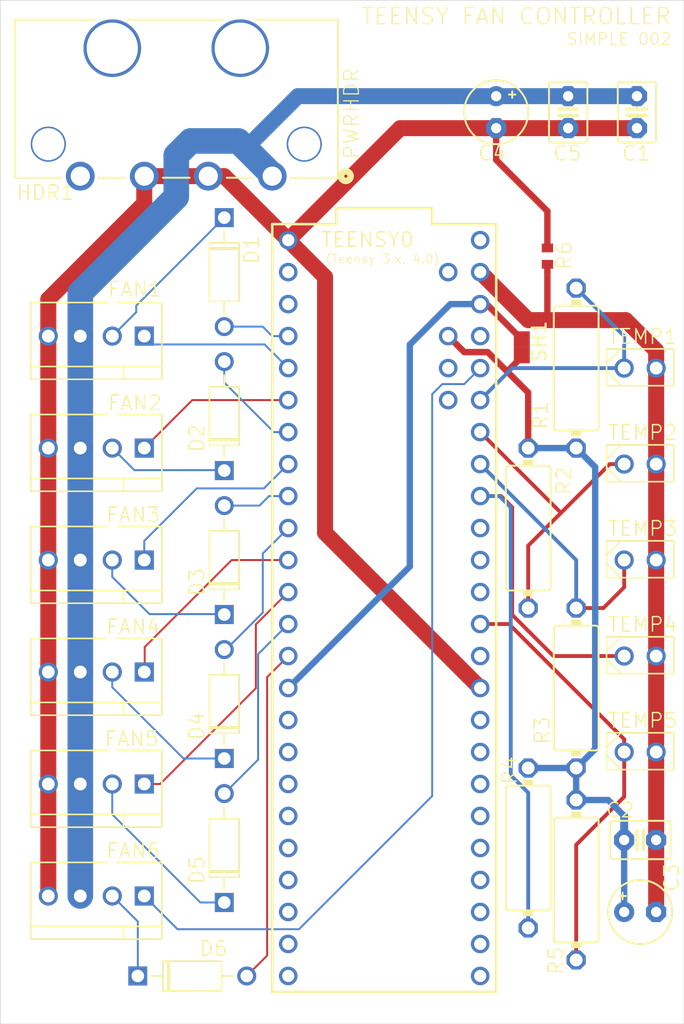
<source format=kicad_pcb>
(kicad_pcb (version 20221018) (generator pcbnew)
  (layers (0 "F.Cu" signal) (31 "B.Cu" signal) (34 "B.Paste" user) (35 "F.Paste" user) (36 "B.SilkS" user "B.Silkscreen") (37 "F.SilkS" user "F.Silkscreen") (38 "B.Mask" user) (39 "F.Mask" user) (44 "Edge.Cuts" user))
  (net 0 "")
  (net 1 "SENSOR1")
  (net 2 "SENSOR2")
  (net 3 "SENSOR3")
  (net 4 "SENSOR4")
  (net 5 "SENSOR5")
  (net 6 "HDR_RPM1")
  (net 7 "HDR_RPM2")
  (net 8 "HDR_RPM3")
  (net 9 "HDR_RPM4")
  (net 10 "HDR_RPM5")
  (net 11 "HDR_RPM6")
  (net 12 "UC_RPM1")
  (net 13 "UC_RPM2")
  (net 14 "UC_RPM3")
  (net 15 "UC_RPM4")
  (net 16 "UC_RPM5")
  (net 17 "UC_RPM6")
  (net 18 "GND")
  (net 19 "AGND")
  (net 20 "HDR_PWM6")
  (net 21 "HDR_PWM1")
  (net 22 "HDR_PWM2")
  (net 23 "HDR_PWM3")
  (net 24 "HDR_PWM4")
  (net 25 "HDR_PWM5")
  (net 26 "V12.0")
  (net 27 "NC_VUSB")
  (net 28 "NC_VIN")
  (net 29 "N$1")
  (net 30 "AREF")
  (net 31 "V3.3")
  (footprint "simple002:FAN4" (layer "F.Cu") (at 128.9811 126.5886 180)
    (fp_text reference "FAN5" (at -5.0292 4.2672) (layer "F.SilkS") (effects (font (size 1.1557 1.1557) (thickness 0.1143)) (justify right top)))
    (fp_text value "FAN5")
    (pad "" np_thru_hole circle (at -1.27 2.159 180) (size 1.2446 1.2446) (drill 1.2446) (layers "*.Cu" "*.Mask"))
    (pad "1" thru_hole rect (at -3.81 0 270) (size 1.524 1.524) (drill 1.016) (layers "*.Cu" "*.Mask") (net 25 "HDR_PWM5"))
    (pad "2" thru_hole circle (at -1.27 0 270) (size 1.524 1.524) (drill 1.016) (layers "*.Cu" "*.Mask") (net 10 "HDR_RPM5"))
    (pad "3" thru_hole circle (at 1.27 0 270) (size 1.524 1.524) (drill 1.016) (layers "*.Cu" "*.Mask") (net 26 "V12.0"))
    (pad "4" thru_hole circle (at 3.81 0 270) (size 1.524 1.524) (drill 1.016) (layers "*.Cu" "*.Mask") (net 18 "GND"))
  )
  (footprint "simple002:FAN4" (layer "F.Cu") (at 128.9811 117.6986 180)
    (fp_text reference "FAN4" (at -5.1562 4.2672) (layer "F.SilkS") (effects (font (size 1.1557 1.1557) (thickness 0.1143)) (justify right top)))
    (fp_text value "FAN4")
    (pad "" np_thru_hole circle (at -1.27 2.159 180) (size 1.2446 1.2446) (drill 1.2446) (layers "*.Cu" "*.Mask"))
    (pad "1" thru_hole rect (at -3.81 0 270) (size 1.524 1.524) (drill 1.016) (layers "*.Cu" "*.Mask") (net 24 "HDR_PWM4"))
    (pad "2" thru_hole circle (at -1.27 0 270) (size 1.524 1.524) (drill 1.016) (layers "*.Cu" "*.Mask") (net 9 "HDR_RPM4"))
    (pad "3" thru_hole circle (at 1.27 0 270) (size 1.524 1.524) (drill 1.016) (layers "*.Cu" "*.Mask") (net 26 "V12.0"))
    (pad "4" thru_hole circle (at 3.81 0 270) (size 1.524 1.524) (drill 1.016) (layers "*.Cu" "*.Mask") (net 18 "GND"))
  )
  (footprint "simple002:DO-41" (layer "F.Cu") (at 136.6011 141.8286)
    (fp_text reference "D6" (at 2.882 -1.496) (layer "F.SilkS") (effects (font (size 1.1557 1.1557) (thickness 0.1143)) (justify right bottom)))
    (fp_text value "1N4934")
    (pad "A" thru_hole circle (at 4.325 0) (size 1.508 1.508) (drill 1) (layers "*.Cu" "*.Mask") (net 17 "UC_RPM6"))
    (pad "C" thru_hole rect (at -4.325 0) (size 1.508 1.508) (drill 1) (layers "*.Cu" "*.Mask") (net 11 "HDR_RPM6"))
  )
  (footprint "simple002:DO-41" (layer "F.Cu") (at 139.1411 97.3786 90)
    (fp_text reference "D2" (at -2.96 -1.496 90) (layer "F.SilkS") (effects (font (size 1.1557 1.1557) (thickness 0.1143)) (justify left bottom)))
    (fp_text value "1N4934")
    (pad "A" thru_hole circle (at 4.325 0 90) (size 1.508 1.508) (drill 1) (layers "*.Cu" "*.Mask") (net 13 "UC_RPM2"))
    (pad "C" thru_hole rect (at -4.325 0 90) (size 1.508 1.508) (drill 1) (layers "*.Cu" "*.Mask") (net 7 "HDR_RPM2"))
  )
  (footprint "simple002:DO-41" (layer "F.Cu") (at 139.1411 85.9486 -90)
    (fp_text reference "D1" (at -2.96 -1.496 90) (layer "F.SilkS") (effects (font (size 1.1557 1.1557) (thickness 0.1143)) (justify right top)))
    (fp_text value "1N4934")
    (pad "A" thru_hole circle (at 4.325 0 270) (size 1.508 1.508) (drill 1) (layers "*.Cu" "*.Mask") (net 12 "UC_RPM1"))
    (pad "C" thru_hole rect (at -4.325 0 270) (size 1.508 1.508) (drill 1) (layers "*.Cu" "*.Mask") (net 6 "HDR_RPM1"))
  )
  (footprint "simple002:V234_12" (layer "F.Cu") (at 163.2711 131.6686 -90)
    (fp_text reference "R4" (at -7.366 2.159 90) (layer "F.SilkS") (effects (font (size 1.1557 1.1557) (thickness 0.1143)) (justify right top)))
    (fp_text value "10K")
    (pad "1" thru_hole roundrect (at -6.35 0 270) (size 1.524 1.524) (drill 1.016) (layers "*.Cu" "*.Mask") (chamfer_ratio 0.2928932188) (chamfer top_left top_right bottom_left bottom_right) (net 30 "AREF"))
    (pad "2" thru_hole roundrect (at 6.35 0 270) (size 1.524 1.524) (drill 1.016) (layers "*.Cu" "*.Mask") (chamfer_ratio 0.2928932188) (chamfer top_left top_right bottom_left bottom_right) (net 4 "SENSOR4"))
  )
  (footprint "simple002:SENSOR2" (layer "F.Cu") (at 172.1611 116.4286)
    (fp_text reference "TEMP4" (at -2.6162 -1.8288) (layer "F.SilkS") (effects (font (size 1.1557 1.1557) (thickness 0.1143)) (justify left bottom)))
    (fp_text value "TEMP4")
    (pad "1" thru_hole circle (at -1.27 0 90) (size 1.524 1.524) (drill 1.016) (layers "*.Cu" "*.Mask") (net 4 "SENSOR4"))
    (pad "2" thru_hole circle (at 1.27 0 90) (size 1.524 1.524) (drill 1.016) (layers "*.Cu" "*.Mask") (net 19 "AGND"))
  )
  (footprint "simple002:C2.5-3" (layer "F.Cu") (at 171.9071 73.2486 -90)
    (fp_text reference "C1" (at 3.937 1.27) (layer "F.SilkS") (effects (font (size 1.1557 1.1557) (thickness 0.1143)) (justify left bottom)))
    (fp_text value "0.1uF")
    (pad "1" thru_hole roundrect (at -1.27 0 270) (size 1.6002 1.6002) (drill 0.8128) (layers "*.Cu" "*.Mask") (chamfer_ratio 0.2928932188) (chamfer top_left top_right bottom_left bottom_right) (net 26 "V12.0"))
    (pad "2" thru_hole roundrect (at 1.27 0 270) (size 1.6002 1.6002) (drill 0.8128) (layers "*.Cu" "*.Mask") (chamfer_ratio 0.2928932188) (chamfer top_left top_right bottom_left bottom_right) (net 18 "GND"))
  )
  (footprint "simple002:641737-1" (layer "F.Cu") (at 127.7111 78.3286 180)
    (fp_text reference "HDR1" (at 5.1562 -1.9812) (layer "F.SilkS") (effects (font (size 1.15062 1.15062) (thickness 0.11938)) (justify left bottom)))
    (fp_text value "PWRHDR" (at -22.225 1.27 90) (layer "F.SilkS") (effects (font (size 1.174496 1.174496) (thickness 0.095504)) (justify left bottom)))
    (pad "1" thru_hole circle (at -15.24 0 180) (size 2.286 2.286) (drill 1.524) (layers "*.Cu" "*.Mask") (net 26 "V12.0"))
    (pad "2" thru_hole circle (at -10.16 0 180) (size 2.286 2.286) (drill 1.524) (layers "*.Cu" "*.Mask") (net 18 "GND"))
    (pad "3" thru_hole circle (at -5.08 0 180) (size 2.286 2.286) (drill 1.524) (layers "*.Cu" "*.Mask") (net 18 "GND"))
    (pad "4" thru_hole circle (at 0 0 180) (size 2.286 2.286) (drill 1.524) (layers "*.Cu" "*.Mask") (net 29 "N$1"))
    (pad "5" thru_hole circle (at -17.78 2.54 180) (size 2.794 2.794) (drill 2.54) (layers "*.Cu" "*.Mask"))
    (pad "6" thru_hole circle (at 2.54 2.54 180) (size 2.794 2.794) (drill 2.54) (layers "*.Cu" "*.Mask"))
    (pad "7" thru_hole circle (at -12.7 10.16 180) (size 4.572 4.572) (drill 4.064) (layers "*.Cu" "*.Mask"))
    (pad "8" thru_hole circle (at -2.54 10.16 180) (size 4.572 4.572) (drill 4.064) (layers "*.Cu" "*.Mask"))
  )
  (footprint "simple002:V234_12" (layer "F.Cu") (at 163.2711 106.2686 -90)
    (fp_text reference "R2" (at -4.953 -2.159 90) (layer "F.SilkS") (effects (font (size 1.1557 1.1557) (thickness 0.1143)) (justify right top)))
    (fp_text value "10K")
    (pad "1" thru_hole roundrect (at -6.35 0 270) (size 1.524 1.524) (drill 1.016) (layers "*.Cu" "*.Mask") (chamfer_ratio 0.2928932188) (chamfer top_left top_right bottom_left bottom_right) (net 30 "AREF"))
    (pad "2" thru_hole roundrect (at 6.35 0 270) (size 1.524 1.524) (drill 1.016) (layers "*.Cu" "*.Mask") (chamfer_ratio 0.2928932188) (chamfer top_left top_right bottom_left bottom_right) (net 2 "SENSOR2"))
  )
  (footprint "simple002:DO-41" (layer "F.Cu") (at 139.1411 108.8086 90)
    (fp_text reference "D3" (at -2.96 -1.496 90) (layer "F.SilkS") (effects (font (size 1.1557 1.1557) (thickness 0.1143)) (justify left bottom)))
    (fp_text value "1N4934")
    (pad "A" thru_hole circle (at 4.325 0 90) (size 1.508 1.508) (drill 1) (layers "*.Cu" "*.Mask") (net 14 "UC_RPM3"))
    (pad "C" thru_hole rect (at -4.325 0 90) (size 1.508 1.508) (drill 1) (layers "*.Cu" "*.Mask") (net 8 "HDR_RPM3"))
  )
  (footprint "simple002:V234_12" (layer "F.Cu") (at 167.0811 93.5686 90)
    (fp_text reference "R1" (at -4.953 -2.159 90) (layer "F.SilkS") (effects (font (size 1.1557 1.1557) (thickness 0.1143)) (justify left bottom)))
    (fp_text value "10K")
    (pad "1" thru_hole roundrect (at -6.35 0 90) (size 1.524 1.524) (drill 1.016) (layers "*.Cu" "*.Mask") (chamfer_ratio 0.2928932188) (chamfer top_left top_right bottom_left bottom_right) (net 30 "AREF"))
    (pad "2" thru_hole roundrect (at 6.35 0 90) (size 1.524 1.524) (drill 1.016) (layers "*.Cu" "*.Mask") (chamfer_ratio 0.2928932188) (chamfer top_left top_right bottom_left bottom_right) (net 1 "SENSOR1"))
  )
  (footprint "simple002:C2.5-3" (layer "F.Cu") (at 172.1611 131.0336)
    (fp_text reference "C2" (at -0.381 -3.048) (layer "F.SilkS") (effects (font (size 1.1557 1.1557) (thickness 0.1143)) (justify right top)))
    (fp_text value "0.1uF")
    (pad "1" thru_hole roundrect (at -1.27 0) (size 1.6002 1.6002) (drill 0.8128) (layers "*.Cu" "*.Mask") (chamfer_ratio 0.2928932188) (chamfer top_left top_right bottom_left bottom_right) (net 30 "AREF"))
    (pad "2" thru_hole roundrect (at 1.27 0) (size 1.6002 1.6002) (drill 0.8128) (layers "*.Cu" "*.Mask") (chamfer_ratio 0.2928932188) (chamfer top_left top_right bottom_left bottom_right) (net 19 "AGND"))
  )
  (footprint "simple002:E2,5-5" (layer "F.Cu") (at 160.7311 73.2486 -90)
    (fp_text reference "C4" (at 3.937 1.524) (layer "F.SilkS") (effects (font (size 1.1557 1.1557) (thickness 0.1143)) (justify left bottom)))
    (fp_text value "10uF")
    (pad "+" thru_hole circle (at -1.27 0 270) (size 1.6002 1.6002) (drill 0.8128) (layers "*.Cu" "*.Mask") (net 26 "V12.0"))
    (pad "-" thru_hole roundrect (at 1.27 0 270) (size 1.6002 1.6002) (drill 0.8128) (layers "*.Cu" "*.Mask") (chamfer_ratio 0.2928932188) (chamfer top_left top_right bottom_left bottom_right) (net 18 "GND"))
  )
  (footprint "simple002:FAN4" (layer "F.Cu") (at 128.9811 91.0286 180)
    (fp_text reference "FAN1" (at -5.2832 4.3942) (layer "F.SilkS") (effects (font (size 1.1557 1.1557) (thickness 0.1143)) (justify right top)))
    (fp_text value "FAN1")
    (pad "" np_thru_hole circle (at -1.27 2.159 180) (size 1.2446 1.2446) (drill 1.2446) (layers "*.Cu" "*.Mask"))
    (pad "1" thru_hole rect (at -3.81 0 270) (size 1.524 1.524) (drill 1.016) (layers "*.Cu" "*.Mask") (net 21 "HDR_PWM1"))
    (pad "2" thru_hole circle (at -1.27 0 270) (size 1.524 1.524) (drill 1.016) (layers "*.Cu" "*.Mask") (net 6 "HDR_RPM1"))
    (pad "3" thru_hole circle (at 1.27 0 270) (size 1.524 1.524) (drill 1.016) (layers "*.Cu" "*.Mask") (net 26 "V12.0"))
    (pad "4" thru_hole circle (at 3.81 0 270) (size 1.524 1.524) (drill 1.016) (layers "*.Cu" "*.Mask") (net 18 "GND"))
  )
  (footprint "simple002:FAN4" (layer "F.Cu") (at 128.9811 135.4786 180)
    (fp_text reference "FAN6" (at -5.1562 4.2672) (layer "F.SilkS") (effects (font (size 1.1557 1.1557) (thickness 0.1143)) (justify right top)))
    (fp_text value "FAN6")
    (pad "" np_thru_hole circle (at -1.27 2.159 180) (size 1.2446 1.2446) (drill 1.2446) (layers "*.Cu" "*.Mask"))
    (pad "1" thru_hole rect (at -3.81 0 270) (size 1.524 1.524) (drill 1.016) (layers "*.Cu" "*.Mask") (net 20 "HDR_PWM6"))
    (pad "2" thru_hole circle (at -1.27 0 270) (size 1.524 1.524) (drill 1.016) (layers "*.Cu" "*.Mask") (net 11 "HDR_RPM6"))
    (pad "3" thru_hole circle (at 1.27 0 270) (size 1.524 1.524) (drill 1.016) (layers "*.Cu" "*.Mask") (net 26 "V12.0"))
    (pad "4" thru_hole circle (at 3.81 0 270) (size 1.524 1.524) (drill 1.016) (layers "*.Cu" "*.Mask") (net 18 "GND"))
  )
  (footprint "simple002:SENSOR2" (layer "F.Cu") (at 172.1611 108.8086)
    (fp_text reference "TEMP3" (at -2.6162 -1.8288) (layer "F.SilkS") (effects (font (size 1.1557 1.1557) (thickness 0.1143)) (justify left bottom)))
    (fp_text value "TEMP3")
    (pad "1" thru_hole circle (at -1.27 0 90) (size 1.524 1.524) (drill 1.016) (layers "*.Cu" "*.Mask") (net 3 "SENSOR3"))
    (pad "2" thru_hole circle (at 1.27 0 90) (size 1.524 1.524) (drill 1.016) (layers "*.Cu" "*.Mask") (net 19 "AGND"))
  )
  (footprint "" (layer "F.Cu") (at 172.901103 85.098588)
    (fp_text reference "@HOLE2" hide)
    (fp_text value "" (at 0 0) (layer "F.SilkS") (effects (font (size 1.27 1.27))))
    (pad "" np_thru_hole circle (at 0 0) (size 2.54 2.54) (drill 2.54) (layers "*.Cu" "*.Mask"))
  )
  (footprint "simple002:FAN4" (layer "F.Cu") (at 128.9811 108.8086 180)
    (fp_text reference "FAN3" (at -5.1562 4.2672) (layer "F.SilkS") (effects (font (size 1.1557 1.1557) (thickness 0.1143)) (justify right top)))
    (fp_text value "FAN3")
    (pad "" np_thru_hole circle (at -1.27 2.159 180) (size 1.2446 1.2446) (drill 1.2446) (layers "*.Cu" "*.Mask"))
    (pad "1" thru_hole rect (at -3.81 0 270) (size 1.524 1.524) (drill 1.016) (layers "*.Cu" "*.Mask") (net 23 "HDR_PWM3"))
    (pad "2" thru_hole circle (at -1.27 0 270) (size 1.524 1.524) (drill 1.016) (layers "*.Cu" "*.Mask") (net 8 "HDR_RPM3"))
    (pad "3" thru_hole circle (at 1.27 0 270) (size 1.524 1.524) (drill 1.016) (layers "*.Cu" "*.Mask") (net 26 "V12.0"))
    (pad "4" thru_hole circle (at 3.81 0 270) (size 1.524 1.524) (drill 1.016) (layers "*.Cu" "*.Mask") (net 18 "GND"))
  )
  (footprint "simple002:C2.5-3" (layer "F.Cu") (at 166.4461 73.2486 -90)
    (fp_text reference "C5" (at 3.937 1.27) (layer "F.SilkS") (effects (font (size 1.1557 1.1557) (thickness 0.1143)) (justify left bottom)))
    (fp_text value "0.1uF")
    (pad "1" thru_hole roundrect (at -1.27 0 270) (size 1.6002 1.6002) (drill 0.8128) (layers "*.Cu" "*.Mask") (chamfer_ratio 0.2928932188) (chamfer top_left top_right bottom_left bottom_right) (net 26 "V12.0"))
    (pad "2" thru_hole roundrect (at 1.27 0 270) (size 1.6002 1.6002) (drill 0.8128) (layers "*.Cu" "*.Mask") (chamfer_ratio 0.2928932188) (chamfer top_left top_right bottom_left bottom_right) (net 18 "GND"))
  )
  (footprint "simple002:V234_12" (layer "F.Cu") (at 167.0811 134.2086 -90)
    (fp_text reference "R5" (at 5.207 2.286 90) (layer "F.SilkS") (effects (font (size 1.1557 1.1557) (thickness 0.1143)) (justify right top)))
    (fp_text value "10K")
    (pad "1" thru_hole roundrect (at -6.35 0 270) (size 1.524 1.524) (drill 1.016) (layers "*.Cu" "*.Mask") (chamfer_ratio 0.2928932188) (chamfer top_left top_right bottom_left bottom_right) (net 30 "AREF"))
    (pad "2" thru_hole roundrect (at 6.35 0 270) (size 1.524 1.524) (drill 1.016) (layers "*.Cu" "*.Mask") (chamfer_ratio 0.2928932188) (chamfer top_left top_right bottom_left bottom_right) (net 5 "SENSOR5"))
  )
  (footprint "simple002:SENSOR2" (layer "F.Cu") (at 172.1611 93.5686)
    (fp_text reference "TEMP1" (at -2.6162 -1.8288) (layer "F.SilkS") (effects (font (size 1.1557 1.1557) (thickness 0.1143)) (justify left bottom)))
    (fp_text value "TEMP1")
    (pad "1" thru_hole circle (at -1.27 0 90) (size 1.524 1.524) (drill 1.016) (layers "*.Cu" "*.Mask") (net 1 "SENSOR1"))
    (pad "2" thru_hole circle (at 1.27 0 90) (size 1.524 1.524) (drill 1.016) (layers "*.Cu" "*.Mask") (net 19 "AGND"))
  )
  (footprint "" (layer "F.Cu") (at 123.9011 85.098588)
    (fp_text reference "@HOLE1" hide)
    (fp_text value "" (at 0 0) (layer "F.SilkS") (effects (font (size 1.27 1.27))))
    (pad "" np_thru_hole circle (at 0 0) (size 2.54 2.54) (drill 2.54) (layers "*.Cu" "*.Mask"))
  )
  (footprint "simple002:E2,5-5" (layer "F.Cu") (at 172.1611 136.7486)
    (fp_text reference "C3" (at 3.175 -1.524 90) (layer "F.SilkS") (effects (font (size 1.1557 1.1557) (thickness 0.1143)) (justify left bottom)))
    (fp_text value "10uF")
    (pad "+" thru_hole circle (at -1.27 0) (size 1.6002 1.6002) (drill 0.8128) (layers "*.Cu" "*.Mask") (net 30 "AREF"))
    (pad "-" thru_hole roundrect (at 1.27 0) (size 1.6002 1.6002) (drill 0.8128) (layers "*.Cu" "*.Mask") (chamfer_ratio 0.2928932188) (chamfer top_left top_right bottom_left bottom_right) (net 19 "AGND"))
  )
  (footprint "simple002:SENSOR2" (layer "F.Cu") (at 172.1611 124.0486)
    (fp_text reference "TEMP5" (at -2.6162 -1.8288) (layer "F.SilkS") (effects (font (size 1.1557 1.1557) (thickness 0.1143)) (justify left bottom)))
    (fp_text value "TEMP5")
    (pad "1" thru_hole circle (at -1.27 0 90) (size 1.524 1.524) (drill 1.016) (layers "*.Cu" "*.Mask") (net 5 "SENSOR5"))
    (pad "2" thru_hole circle (at 1.27 0 90) (size 1.524 1.524) (drill 1.016) (layers "*.Cu" "*.Mask") (net 19 "AGND"))
  )
  (footprint "simple002:SHORT_TOP-50" (layer "F.Cu") (at 162.7631 91.9176 90)
    (fp_text reference "SH1" (at -1.27 2.032 90) (layer "F.SilkS") (effects (font (size 1.099312 1.099312) (thickness 0.170688)) (justify left bottom)))
    (fp_text value "SHORTT5" hide)
    (pad "1" smd rect (at 0.635 0 90) (size 1.27 1.27) (layers "F.Cu") (net 31 "V3.3"))
    (pad "2" smd rect (at -0.635 0 90) (size 1.27 1.27) (layers "F.Cu") (net 30 "AREF"))
  )
  (footprint "simple002:TEENSY_3.5_DIL+4" (layer "F.Cu") (at 151.8411 112.6186)
    (fp_text reference "TEENSY0" (at -5.08 -28.575) (layer "F.SilkS") (effects (font (size 1.15316 1.15316) (thickness 0.11684)) (justify left bottom)))
    (fp_text value "TEENSY_3.5_DIL+4")
    (pad "0" thru_hole circle (at -7.62 -26.67) (size 1.4732 1.4732) (drill 0.9652) (layers "*.Cu" "*.Mask"))
    (pad "1" thru_hole circle (at -7.62 -24.13) (size 1.4732 1.4732) (drill 0.9652) (layers "*.Cu" "*.Mask"))
    (pad "2" thru_hole circle (at -7.62 -21.59) (size 1.4732 1.4732) (drill 0.9652) (layers "*.Cu" "*.Mask") (net 12 "UC_RPM1"))
    (pad "3" thru_hole circle (at -7.62 -19.05) (size 1.4732 1.4732) (drill 0.9652) (layers "*.Cu" "*.Mask") (net 21 "HDR_PWM1"))
    (pad "3.3V" thru_hole circle (at 7.62 -24.13) (size 1.4732 1.4732) (drill 0.9652) (layers "*.Cu" "*.Mask") (net 31 "V3.3"))
    (pad "3.3V3" thru_hole circle (at -7.62 6.35) (size 1.4732 1.4732) (drill 0.9652) (layers "*.Cu" "*.Mask") (net 31 "V3.3"))
    (pad "4" thru_hole circle (at -7.62 -16.51) (size 1.4732 1.4732) (drill 0.9652) (layers "*.Cu" "*.Mask") (net 22 "HDR_PWM2"))
    (pad "5" thru_hole circle (at -7.62 -13.97) (size 1.4732 1.4732) (drill 0.9652) (layers "*.Cu" "*.Mask") (net 13 "UC_RPM2"))
    (pad "6" thru_hole circle (at -7.62 -11.43) (size 1.4732 1.4732) (drill 0.9652) (layers "*.Cu" "*.Mask") (net 23 "HDR_PWM3"))
    (pad "7" thru_hole circle (at -7.62 -8.89) (size 1.4732 1.4732) (drill 0.9652) (layers "*.Cu" "*.Mask") (net 14 "UC_RPM3"))
    (pad "8" thru_hole circle (at -7.62 -6.35) (size 1.4732 1.4732) (drill 0.9652) (layers "*.Cu" "*.Mask") (net 15 "UC_RPM4"))
    (pad "9" thru_hole circle (at -7.62 -3.81) (size 1.4732 1.4732) (drill 0.9652) (layers "*.Cu" "*.Mask") (net 24 "HDR_PWM4"))
    (pad "10" thru_hole circle (at -7.62 -1.27) (size 1.4732 1.4732) (drill 0.9652) (layers "*.Cu" "*.Mask") (net 25 "HDR_PWM5"))
    (pad "11" thru_hole circle (at -7.62 1.27) (size 1.4732 1.4732) (drill 0.9652) (layers "*.Cu" "*.Mask") (net 16 "UC_RPM5"))
    (pad "12" thru_hole circle (at -7.62 3.81) (size 1.4732 1.4732) (drill 0.9652) (layers "*.Cu" "*.Mask") (net 17 "UC_RPM6"))
    (pad "13" thru_hole circle (at 7.62 3.81) (size 1.4732 1.4732) (drill 0.9652) (layers "*.Cu" "*.Mask"))
    (pad "14/A0" thru_hole circle (at 7.62 1.27) (size 1.4732 1.4732) (drill 0.9652) (layers "*.Cu" "*.Mask") (net 5 "SENSOR5"))
    (pad "15/A1" thru_hole circle (at 7.62 -1.27) (size 1.4732 1.4732) (drill 0.9652) (layers "*.Cu" "*.Mask"))
    (pad "16/A2" thru_hole circle (at 7.62 -3.81) (size 1.4732 1.4732) (drill 0.9652) (layers "*.Cu" "*.Mask"))
    (pad "17/A3" thru_hole circle (at 7.62 -6.35) (size 1.4732 1.4732) (drill 0.9652) (layers "*.Cu" "*.Mask"))
    (pad "18/A4" thru_hole circle (at 7.62 -8.89) (size 1.4732 1.4732) (drill 0.9652) (layers "*.Cu" "*.Mask") (net 4 "SENSOR4"))
    (pad "19/A5" thru_hole circle (at 7.62 -11.43) (size 1.4732 1.4732) (drill 0.9652) (layers "*.Cu" "*.Mask") (net 3 "SENSOR3"))
    (pad "20/A6" thru_hole circle (at 7.62 -13.97) (size 1.4732 1.4732) (drill 0.9652) (layers "*.Cu" "*.Mask") (net 2 "SENSOR2"))
    (pad "21/A7" thru_hole circle (at 7.62 -16.51) (size 1.4732 1.4732) (drill 0.9652) (layers "*.Cu" "*.Mask") (net 1 "SENSOR1"))
    (pad "22/A8" thru_hole circle (at 7.62 -19.05) (size 1.4732 1.4732) (drill 0.9652) (layers "*.Cu" "*.Mask") (net 20 "HDR_PWM6"))
    (pad "23/A9" thru_hole circle (at 7.62 -21.59) (size 1.4732 1.4732) (drill 0.9652) (layers "*.Cu" "*.Mask"))
    (pad "24" thru_hole circle (at -7.62 8.89) (size 1.4732 1.4732) (drill 0.9652) (layers "*.Cu" "*.Mask"))
    (pad "25" thru_hole circle (at -7.62 11.43) (size 1.4732 1.4732) (drill 0.9652) (layers "*.Cu" "*.Mask"))
    (pad "26" thru_hole circle (at -7.62 13.97) (size 1.4732 1.4732) (drill 0.9652) (layers "*.Cu" "*.Mask"))
    (pad "27" thru_hole circle (at -7.62 16.51) (size 1.4732 1.4732) (drill 0.9652) (layers "*.Cu" "*.Mask"))
    (pad "28" thru_hole circle (at -7.62 19.05) (size 1.4732 1.4732) (drill 0.9652) (layers "*.Cu" "*.Mask"))
    (pad "29" thru_hole circle (at -7.62 21.59) (size 1.4732 1.4732) (drill 0.9652) (layers "*.Cu" "*.Mask"))
    (pad "30" thru_hole circle (at -7.62 24.13) (size 1.4732 1.4732) (drill 0.9652) (layers "*.Cu" "*.Mask"))
    (pad "31/A12" thru_hole circle (at -7.62 26.67) (size 1.4732 1.4732) (drill 0.9652) (layers "*.Cu" "*.Mask"))
    (pad "32/A13" thru_hole circle (at -7.62 29.21) (size 1.4732 1.4732) (drill 0.9652) (layers "*.Cu" "*.Mask"))
    (pad "33/A14" thru_hole circle (at 7.62 29.21) (size 1.4732 1.4732) (drill 0.9652) (layers "*.Cu" "*.Mask"))
    (pad "34/A15" thru_hole circle (at 7.62 26.67) (size 1.4732 1.4732) (drill 0.9652) (layers "*.Cu" "*.Mask"))
    (pad "35/A16" thru_hole circle (at 7.62 24.13) (size 1.4732 1.4732) (drill 0.9652) (layers "*.Cu" "*.Mask"))
    (pad "36/A17" thru_hole circle (at 7.62 21.59) (size 1.4732 1.4732) (drill 0.9652) (layers "*.Cu" "*.Mask"))
    (pad "37/A18" thru_hole circle (at 7.62 19.05) (size 1.4732 1.4732) (drill 0.9652) (layers "*.Cu" "*.Mask"))
    (pad "38/A19" thru_hole circle (at 7.62 16.51) (size 1.4732 1.4732) (drill 0.9652) (layers "*.Cu" "*.Mask"))
    (pad "39/A20" thru_hole circle (at 7.62 13.97) (size 1.4732 1.4732) (drill 0.9652) (layers "*.Cu" "*.Mask"))
    (pad "A10" thru_hole circle (at 5.08 -19.05) (size 1.4732 1.4732) (drill 0.9652) (layers "*.Cu" "*.Mask"))
    (pad "A11" thru_hole circle (at 5.08 -16.51) (size 1.4732 1.4732) (drill 0.9652) (layers "*.Cu" "*.Mask"))
    (pad "A21" thru_hole circle (at 7.62 11.43) (size 1.4732 1.4732) (drill 0.9652) (layers "*.Cu" "*.Mask"))
    (pad "A22" thru_hole circle (at 7.62 8.89) (size 1.4732 1.4732) (drill 0.9652) (layers "*.Cu" "*.Mask"))
    (pad "AGND" thru_hole circle (at 7.62 -26.67) (size 1.4732 1.4732) (drill 0.9652) (layers "*.Cu" "*.Mask") (net 19 "AGND"))
    (pad "AREF" thru_hole circle (at 5.08 -21.59) (size 1.4732 1.4732) (drill 0.9652) (layers "*.Cu" "*.Mask") (net 30 "AREF"))
    (pad "GND" thru_hole circle (at -7.62 -29.21) (size 1.4732 1.4732) (drill 0.9652) (layers "*.Cu" "*.Mask") (net 18 "GND"))
    (pad "GND1" thru_hole circle (at 7.62 6.35) (size 1.4732 1.4732) (drill 0.9652) (layers "*.Cu" "*.Mask") (net 18 "GND"))
    (pad "VIN" thru_hole circle (at 7.62 -29.21) (size 1.4732 1.4732) (drill 0.9652) (layers "*.Cu" "*.Mask") (net 28 "NC_VIN"))
    (pad "VUSB" thru_hole circle (at 5.08 -26.67) (size 1.4732 1.4732) (drill 0.9652) (layers "*.Cu" "*.Mask") (net 27 "NC_VUSB"))
  )
  (footprint "simple002:V234_12" (layer "F.Cu") (at 167.0811 118.9686 90)
    (fp_text reference "R3" (at -4.572 -2.032 90) (layer "F.SilkS") (effects (font (size 1.1557 1.1557) (thickness 0.1143)) (justify left bottom)))
    (fp_text value "10K")
    (pad "1" thru_hole roundrect (at -6.35 0 90) (size 1.524 1.524) (drill 1.016) (layers "*.Cu" "*.Mask") (chamfer_ratio 0.2928932188) (chamfer top_left top_right bottom_left bottom_right) (net 30 "AREF"))
    (pad "2" thru_hole roundrect (at 6.35 0 90) (size 1.524 1.524) (drill 1.016) (layers "*.Cu" "*.Mask") (chamfer_ratio 0.2928932188) (chamfer top_left top_right bottom_left bottom_right) (net 3 "SENSOR3"))
  )
  (footprint "" (layer "F.Cu") (at 123.9011 143.0986)
    (fp_text reference "@HOLE0" hide)
    (fp_text value "" (at 0 0) (layer "F.SilkS") (effects (font (size 1.27 1.27))))
    (pad "" np_thru_hole circle (at 0 0) (size 2.54 2.54) (drill 2.54) (layers "*.Cu" "*.Mask"))
  )
  (footprint "simple002:R0402" (layer "F.Cu") (at 164.7951 84.6786 -90)
    (fp_text reference "R6" (at -1.27 -0.635 90) (layer "F.SilkS") (effects (font (size 1.176528 1.176528) (thickness 0.093472)) (justify right top)))
    (fp_text value "JMP")
    (pad "1" smd rect (at -0.65 0 270) (size 0.7 0.9) (layers "F.Cu" "F.Paste" "F.Mask") (net 18 "GND"))
    (pad "2" smd rect (at 0.65 0 270) (size 0.7 0.9) (layers "F.Cu" "F.Paste" "F.Mask") (net 19 "AGND"))
  )
  (footprint "simple002:DO-41" (layer "F.Cu") (at 139.1411 131.6686 90)
    (fp_text reference "D5" (at -2.96 -1.496 90) (layer "F.SilkS") (effects (font (size 1.1557 1.1557) (thickness 0.1143)) (justify left bottom)))
    (fp_text value "1N4934")
    (pad "A" thru_hole circle (at 4.325 0 90) (size 1.508 1.508) (drill 1) (layers "*.Cu" "*.Mask") (net 16 "UC_RPM5"))
    (pad "C" thru_hole rect (at -4.325 0 90) (size 1.508 1.508) (drill 1) (layers "*.Cu" "*.Mask") (net 10 "HDR_RPM5"))
  )
  (footprint "simple002:FAN4" (layer "F.Cu") (at 128.9811 99.9186 180)
    (fp_text reference "FAN2" (at -5.2832 4.2672) (layer "F.SilkS") (effects (font (size 1.1557 1.1557) (thickness 0.1143)) (justify right top)))
    (fp_text value "FAN2")
    (pad "" np_thru_hole circle (at -1.27 2.159 180) (size 1.2446 1.2446) (drill 1.2446) (layers "*.Cu" "*.Mask"))
    (pad "1" thru_hole rect (at -3.81 0 270) (size 1.524 1.524) (drill 1.016) (layers "*.Cu" "*.Mask") (net 22 "HDR_PWM2"))
    (pad "2" thru_hole circle (at -1.27 0 270) (size 1.524 1.524) (drill 1.016) (layers "*.Cu" "*.Mask") (net 7 "HDR_RPM2"))
    (pad "3" thru_hole circle (at 1.27 0 270) (size 1.524 1.524) (drill 1.016) (layers "*.Cu" "*.Mask") (net 26 "V12.0"))
    (pad "4" thru_hole circle (at 3.81 0 270) (size 1.524 1.524) (drill 1.016) (layers "*.Cu" "*.Mask") (net 18 "GND"))
  )
  (footprint "simple002:DO-41" (layer "F.Cu") (at 139.1411 120.2386 90)
    (fp_text reference "D4" (at -2.96 -1.496 90) (layer "F.SilkS") (effects (font (size 1.1557 1.1557) (thickness 0.1143)) (justify left bottom)))
    (fp_text value "1N4934")
    (pad "A" thru_hole circle (at 4.325 0 90) (size 1.508 1.508) (drill 1) (layers "*.Cu" "*.Mask") (net 15 "UC_RPM4"))
    (pad "C" thru_hole rect (at -4.325 0 90) (size 1.508 1.508) (drill 1) (layers "*.Cu" "*.Mask") (net 9 "HDR_RPM4"))
  )
  (footprint "" (layer "F.Cu") (at 172.901103 143.0986)
    (fp_text reference "@HOLE3" hide)
    (fp_text value "" (at 0 0) (layer "F.SilkS") (effects (font (size 1.27 1.27))))
    (pad "" np_thru_hole circle (at 0 0) (size 2.54 2.54) (drill 2.54) (layers "*.Cu" "*.Mask"))
  )
  (footprint "simple002:SENSOR2" (layer "F.Cu") (at 172.1611 101.1886)
    (fp_text reference "TEMP2" (at -2.6162 -1.8288) (layer "F.SilkS") (effects (font (size 1.1557 1.1557) (thickness 0.1143)) (justify left bottom)))
    (fp_text value "TEMP2")
    (pad "1" thru_hole circle (at -1.27 0 90) (size 1.524 1.524) (drill 1.016) (layers "*.Cu" "*.Mask") (net 2 "SENSOR2"))
    (pad "2" thru_hole circle (at 1.27 0 90) (size 1.524 1.524) (drill 1.016) (layers "*.Cu" "*.Mask") (net 19 "AGND"))
  )
  (gr_line (start 121.3611 145.6386) (end 175.6411 145.6386) (stroke (width 0.05)) (layer "Edge.Cuts"))
  (gr_line (start 121.3611 64.3686) (end 121.3611 145.6386) (stroke (width 0.05)) (layer "Edge.Cuts"))
  (gr_line (start 175.6411 145.6386) (end 175.6411 64.3686) (stroke (width 0.05)) (layer "Edge.Cuts"))
  (gr_line (start 175.6411 64.3686) (end 121.3611 64.3686) (stroke (width 0.05)) (layer "Edge.Cuts"))
  (gr_text "TEENSY FAN CONTROLLER" (at 174.7011 65.6286) (layer "F.SilkS") (effects (font (size 1.28524 1.28524) (thickness 0.11176)) (justify right)))
  (gr_text "SIMPLE 002" (at 174.7011 66.8986) (layer "F.SilkS") (effects (font (size 0.93472 0.93472) (thickness 0.08128)) (justify right top)))
  (gr_text "(Teensy 3.x, 4.0)" (at 147.1421 85.3136) (layer "F.SilkS") (effects (font (size 0.70104 0.70104) (thickness 0.06096)) (justify left bottom)))
  (segment (start 170.8911 91.0286) (end 170.8911 93.5686) (width 0.3048) (layer "B.Cu") (net 1))
  (segment (start 162.0011 93.5686) (end 159.4611 96.1086) (width 0.3048) (layer "B.Cu") (net 1))
  (segment (start 167.0811 87.2186) (end 170.8911 91.0286) (width 0.3048) (layer "B.Cu") (net 1))
  (segment (start 162.0011 93.5686) (end 170.8911 93.5686) (width 0.3048) (layer "B.Cu") (net 1))
  (segment (start 165.8746 105.0621) (end 159.4611 98.6486) (width 0.3048) (layer "F.Cu") (net 2))
  (segment (start 163.2711 107.6656) (end 163.2711 112.6186) (width 0.3048) (layer "F.Cu") (net 2))
  (segment (start 163.2711 107.6656) (end 165.8746 105.0621) (width 0.3048) (layer "F.Cu") (net 2))
  (segment (start 169.7481 101.1886) (end 165.8746 105.0621) (width 0.3048) (layer "F.Cu") (net 2))
  (segment (start 170.8911 101.1886) (end 169.7481 101.1886) (width 0.3048) (layer "F.Cu") (net 2))
  (segment (start 170.8911 110.9676) (end 170.8911 108.8086) (width 0.3048) (layer "F.Cu") (net 3))
  (segment (start 169.2401 112.6186) (end 170.8911 110.9676) (width 0.3048) (layer "F.Cu") (net 3))
  (segment (start 167.0811 112.6186) (end 169.2401 112.6186) (width 0.3048) (layer "F.Cu") (net 3))
  (segment (start 167.0811 108.8086) (end 159.4611 101.1886) (width 0.3048) (layer "B.Cu") (net 3))
  (segment (start 167.0811 108.8086) (end 167.0811 112.6186) (width 0.3048) (layer "B.Cu") (net 3))
  (segment (start 162.0011 104.6176) (end 161.1121 103.7286) (width 0.3048) (layer "F.Cu") (net 4))
  (segment (start 162.0011 113.157416) (end 165.272284 116.4286) (width 0.3048) (layer "F.Cu") (net 4))
  (segment (start 165.272284 116.4286) (end 170.8911 116.4286) (width 0.3048) (layer "F.Cu") (net 4))
  (segment (start 161.1121 103.7286) (end 159.4611 103.7286) (width 0.3048) (layer "F.Cu") (net 4))
  (segment (start 162.0011 104.6176) (end 162.0011 113.157416) (width 0.3048) (layer "F.Cu") (net 4))
  (segment (start 161.8868 104.6303) (end 160.9851 103.7286) (width 0.3048) (layer "B.Cu") (net 4))
  (segment (start 160.9851 103.7286) (end 159.4611 103.7286) (width 0.3048) (layer "B.Cu") (net 4))
  (segment (start 161.8868 125.892) (end 161.8868 104.6303) (width 0.3048) (layer "B.Cu") (net 4))
  (segment (start 163.2711 138.0186) (end 163.2711 127.2763) (width 0.3048) (layer "B.Cu") (net 4))
  (segment (start 163.2711 127.2763) (end 161.8868 125.892) (width 0.3048) (layer "B.Cu") (net 4))
  (segment (start 167.0811 131.4146) (end 167.0811 140.5586) (width 0.3048) (layer "F.Cu") (net 5))
  (segment (start 170.8911 126.0806) (end 170.8911 124.0486) (width 0.3048) (layer "F.Cu") (net 5))
  (segment (start 161.7471 113.8886) (end 159.4611 113.8886) (width 0.3048) (layer "F.Cu") (net 5))
  (segment (start 161.7471 113.8886) (end 170.8911 123.0326) (width 0.3048) (layer "F.Cu") (net 5))
  (segment (start 170.8911 127.6046) (end 167.0811 131.4146) (width 0.3048) (layer "F.Cu") (net 5))
  (segment (start 170.8911 123.0326) (end 170.8911 124.0486) (width 0.3048) (layer "F.Cu") (net 5))
  (segment (start 170.8911 127.6046) (end 170.8911 126.0806) (width 0.3048) (layer "F.Cu") (net 5))
  (segment (start 132.1561 88.6086) (end 132.1561 89.1236) (width 0.1524) (layer "B.Cu") (net 6))
  (segment (start 132.1561 89.1236) (end 130.2511 91.0286) (width 0.1524) (layer "B.Cu") (net 6))
  (segment (start 139.1411 81.6236) (end 132.1561 88.6086) (width 0.1524) (layer "B.Cu") (net 6))
  (segment (start 130.2511 99.9186) (end 132.0037 101.6712) (width 0.1524) (layer "B.Cu") (net 7))
  (segment (start 139.1087 101.6712) (end 139.1411 101.7036) (width 0.1524) (layer "B.Cu") (net 7))
  (segment (start 139.1087 101.6712) (end 132.0037 101.6712) (width 0.1524) (layer "B.Cu") (net 7))
  (segment (start 130.2511 108.8086) (end 130.2511 110.147888) (width 0.1524) (layer "B.Cu") (net 8))
  (segment (start 133.204412 113.1012) (end 130.2511 110.147888) (width 0.1524) (layer "B.Cu") (net 8))
  (segment (start 133.204412 113.1012) (end 139.1087 113.1012) (width 0.1524) (layer "B.Cu") (net 8))
  (segment (start 139.1087 113.1012) (end 139.1411 113.1336) (width 0.1524) (layer "B.Cu") (net 8))
  (segment (start 130.2511 118.910888) (end 135.903812 124.5636) (width 0.1524) (layer "B.Cu") (net 9))
  (segment (start 139.1411 124.5636) (end 135.903812 124.5636) (width 0.1524) (layer "B.Cu") (net 9))
  (segment (start 130.2511 117.6986) (end 130.2511 118.910888) (width 0.1524) (layer "B.Cu") (net 9))
  (segment (start 130.2511 129.0016) (end 130.2511 126.5886) (width 0.1524) (layer "B.Cu") (net 10))
  (segment (start 139.1411 135.9936) (end 137.2431 135.9936) (width 0.1524) (layer "B.Cu") (net 10))
  (segment (start 137.2431 135.9936) (end 130.2511 129.0016) (width 0.1524) (layer "B.Cu") (net 10))
  (segment (start 132.2761 137.5036) (end 132.2761 141.8286) (width 0.1524) (layer "B.Cu") (net 11))
  (segment (start 130.2511 135.4786) (end 132.2761 137.5036) (width 0.1524) (layer "B.Cu") (net 11))
  (segment (start 142.1891 90.2736) (end 139.1411 90.2736) (width 0.1524) (layer "B.Cu") (net 12))
  (segment (start 144.2211 91.0286) (end 142.9441 91.0286) (width 0.1524) (layer "B.Cu") (net 12))
  (segment (start 142.9441 91.0286) (end 142.1891 90.2736) (width 0.1524) (layer "B.Cu") (net 12))
  (segment (start 143.0781 98.6486) (end 139.1411 94.7116) (width 0.1524) (layer "B.Cu") (net 13))
  (segment (start 139.1411 94.7116) (end 139.1411 93.0536) (width 0.1524) (layer "B.Cu") (net 13))
  (segment (start 144.2211 98.6486) (end 143.0781 98.6486) (width 0.1524) (layer "B.Cu") (net 13))
  (segment (start 142.6971 103.7286) (end 141.9421 104.4836) (width 0.1524) (layer "B.Cu") (net 14))
  (segment (start 141.9421 104.4836) (end 139.1411 104.4836) (width 0.1524) (layer "B.Cu") (net 14))
  (segment (start 144.2211 103.7286) (end 142.6971 103.7286) (width 0.1524) (layer "B.Cu") (net 14))
  (segment (start 142.1978 108.2919) (end 142.1978 112.9839) (width 0.1524) (layer "B.Cu") (net 15))
  (segment (start 142.1978 112.9839) (end 139.2681 115.9136) (width 0.1524) (layer "B.Cu") (net 15))
  (segment (start 144.2211 106.2686) (end 142.1978 108.2919) (width 0.1524) (layer "B.Cu") (net 15))
  (segment (start 139.2681 115.9136) (end 139.1411 115.9136) (width 0.1524) (layer "B.Cu") (net 15))
  (segment (start 144.2211 113.8886) (end 141.828296 116.281404) (width 0.1524) (layer "B.Cu") (net 16))
  (segment (start 141.828296 124.656404) (end 139.1411 127.3436) (width 0.1524) (layer "B.Cu") (net 16))
  (segment (start 141.828296 116.281404) (end 141.828296 124.656404) (width 0.1524) (layer "B.Cu") (net 16))
  (segment (start 142.544703 118.104997) (end 142.544703 140.209997) (width 0.1524) (layer "F.Cu") (net 17))
  (segment (start 142.544703 140.209997) (end 140.9261 141.8286) (width 0.1524) (layer "F.Cu") (net 17))
  (segment (start 144.2211 116.4286) (end 142.544703 118.104997) (width 0.1524) (layer "F.Cu") (net 17))
  (segment (start 164.7951 84.0286) (end 164.7951 81.1076) (width 0.508) (layer "F.Cu") (net 18))
  (segment (start 160.7311 74.5186) (end 166.4461 74.5186) (width 1.27) (layer "F.Cu") (net 18))
  (segment (start 132.7911 80.482507) (end 125.1711 88.102507) (width 1.27) (layer "F.Cu") (net 18))
  (segment (start 125.1711 91.0286) (end 125.1711 99.9186) (width 1.27) (layer "F.Cu") (net 18))
  (segment (start 139.1411 78.3286) (end 137.8711 78.3286) (width 1.27) (layer "F.Cu") (net 18))
  (segment (start 125.1711 126.5886) (end 125.1711 135.4786) (width 1.27) (layer "F.Cu") (net 18))
  (segment (start 159.4611 118.9686) (end 147.1421 106.6496) (width 1.27) (layer "F.Cu") (net 18))
  (segment (start 132.7911 80.482507) (end 132.7911 78.3286) (width 1.27) (layer "F.Cu") (net 18))
  (segment (start 125.1711 91.0286) (end 125.1711 88.102507) (width 1.27) (layer "F.Cu") (net 18))
  (segment (start 171.9071 74.5186) (end 166.4461 74.5186) (width 1.27) (layer "F.Cu") (net 18))
  (segment (start 160.7311 74.5186) (end 153.1111 74.5186) (width 1.27) (layer "F.Cu") (net 18))
  (segment (start 153.1111 74.5186) (end 144.2211 83.4086) (width 1.27) (layer "F.Cu") (net 18))
  (segment (start 125.1711 117.6986) (end 125.1711 126.5886) (width 1.27) (layer "F.Cu") (net 18))
  (segment (start 160.7311 77.0436) (end 160.7311 74.5186) (width 0.508) (layer "F.Cu") (net 18))
  (segment (start 147.1421 86.3296) (end 144.2211 83.4086) (width 1.27) (layer "F.Cu") (net 18))
  (segment (start 144.2211 83.4086) (end 139.1411 78.3286) (width 1.27) (layer "F.Cu") (net 18))
  (segment (start 125.1711 108.8086) (end 125.1711 117.6986) (width 1.27) (layer "F.Cu") (net 18))
  (segment (start 125.1711 99.9186) (end 125.1711 108.8086) (width 1.27) (layer "F.Cu") (net 18))
  (segment (start 132.7911 78.3286) (end 137.8711 78.3286) (width 1.27) (layer "F.Cu") (net 18))
  (segment (start 164.7951 81.1076) (end 160.7311 77.0436) (width 0.508) (layer "F.Cu") (net 18))
  (segment (start 147.1421 106.6496) (end 147.1421 86.3296) (width 1.27) (layer "F.Cu") (net 18))
  (segment (start 164.5411 89.7586) (end 163.2711 89.7586) (width 1.27) (layer "F.Cu") (net 19))
  (segment (start 173.4311 92.1716) (end 173.4311 93.5686) (width 1.27) (layer "F.Cu") (net 19))
  (segment (start 164.7951 89.5046) (end 164.5411 89.7586) (width 0.508) (layer "F.Cu") (net 19))
  (segment (start 163.2711 89.7586) (end 159.4611 85.9486) (width 1.27) (layer "F.Cu") (net 19))
  (segment (start 173.4311 131.0336) (end 173.4311 124.0486) (width 1.27) (layer "F.Cu") (net 19))
  (segment (start 173.4311 124.0486) (end 173.4311 116.4286) (width 1.27) (layer "F.Cu") (net 19))
  (segment (start 171.0181 89.7586) (end 164.5411 89.7586) (width 1.27) (layer "F.Cu") (net 19))
  (segment (start 164.7951 85.9486) (end 164.7951 89.5046) (width 0.508) (layer "F.Cu") (net 19))
  (segment (start 173.4311 93.5686) (end 173.4311 101.1886) (width 1.27) (layer "F.Cu") (net 19))
  (segment (start 173.4311 101.1886) (end 173.4311 108.8086) (width 1.27) (layer "F.Cu") (net 19))
  (segment (start 173.4311 116.4286) (end 173.4311 108.8086) (width 1.27) (layer "F.Cu") (net 19))
  (segment (start 171.0181 89.7586) (end 173.4311 92.1716) (width 1.27) (layer "F.Cu") (net 19))
  (segment (start 173.4311 131.0336) (end 173.4311 136.7486) (width 1.27) (layer "F.Cu") (net 19))
  (segment (start 164.7951 85.3286) (end 164.7951 85.9486) (width 0.508) (layer "F.Cu") (net 19))
  (segment (start 156.44765 94.8386) (end 155.6511 95.63515) (width 0.1524) (layer "B.Cu") (net 20))
  (segment (start 132.7911 135.4786) (end 135.4317 138.1192) (width 0.1524) (layer "B.Cu") (net 20))
  (segment (start 145.069787 138.1192) (end 146.6816 136.507388) (width 0.1524) (layer "B.Cu") (net 20))
  (segment (start 145.069787 138.1192) (end 135.4317 138.1192) (width 0.1524) (layer "B.Cu") (net 20))
  (segment (start 158.1911 94.8386) (end 156.44765 94.8386) (width 0.1524) (layer "B.Cu") (net 20))
  (segment (start 146.6816 136.507388) (end 155.6511 127.537888) (width 0.1524) (layer "B.Cu") (net 20))
  (segment (start 155.6511 127.537888) (end 155.6511 95.63515) (width 0.1524) (layer "B.Cu") (net 20))
  (segment (start 159.4611 93.5686) (end 158.1911 94.8386) (width 0.1524) (layer "B.Cu") (net 20))
  (segment (start 142.3425 91.69) (end 144.2211 93.5686) (width 0.1524) (layer "B.Cu") (net 21))
  (segment (start 142.3425 91.69) (end 133.4525 91.69) (width 0.1524) (layer "B.Cu") (net 21))
  (segment (start 132.7911 91.0286) (end 133.4525 91.69) (width 0.1524) (layer "B.Cu") (net 21))
  (segment (start 136.6011 96.1086) (end 144.2211 96.1086) (width 0.1524) (layer "F.Cu") (net 22))
  (segment (start 132.7911 99.9186) (end 136.6011 96.1086) (width 0.1524) (layer "F.Cu") (net 22))
  (segment (start 132.7911 107.2846) (end 132.7911 108.8086) (width 0.1524) (layer "B.Cu") (net 23))
  (segment (start 144.2211 101.1886) (end 142.2897 103.12) (width 0.1524) (layer "B.Cu") (net 23))
  (segment (start 142.2897 103.12) (end 136.9557 103.12) (width 0.1524) (layer "B.Cu") (net 23))
  (segment (start 136.9557 103.12) (end 132.7911 107.2846) (width 0.1524) (layer "B.Cu") (net 23))
  (segment (start 132.8245 115.713913) (end 139.729812 108.8086) (width 0.1524) (layer "F.Cu") (net 24))
  (segment (start 132.7911 117.6986) (end 132.8245 117.6652) (width 0.1524) (layer "F.Cu") (net 24))
  (segment (start 132.8245 117.6652) (end 132.8245 115.713913) (width 0.1524) (layer "F.Cu") (net 24))
  (segment (start 139.729812 108.8086) (end 144.2211 108.8086) (width 0.1524) (layer "F.Cu") (net 24))
  (segment (start 134.046706 126.5886) (end 141.6477 118.987607) (width 0.1524) (layer "F.Cu") (net 25))
  (segment (start 141.6477 118.987607) (end 141.6477 113.922) (width 0.1524) (layer "F.Cu") (net 25))
  (segment (start 141.6477 113.922) (end 144.2211 111.3486) (width 0.1524) (layer "F.Cu") (net 25))
  (segment (start 132.7911 126.5886) (end 134.046706 126.5886) (width 0.1524) (layer "F.Cu") (net 25))
  (segment (start 140.25055 75.5346) (end 140.8683 76.15235) (width 2.032) (layer "B.Cu") (net 26))
  (segment (start 127.7111 99.9186) (end 127.7111 108.8086) (width 2.032) (layer "B.Cu") (net 26))
  (segment (start 127.7111 126.5886) (end 127.7111 135.4786) (width 2.032) (layer "B.Cu") (net 26))
  (segment (start 127.7111 87.5996) (end 135.3311 79.9796) (width 2.032) (layer "B.Cu") (net 26))
  (segment (start 127.7111 91.0286) (end 127.7111 99.9186) (width 2.032) (layer "B.Cu") (net 26))
  (segment (start 144.9831 71.9786) (end 140.8683 76.0934) (width 1.27) (layer "B.Cu") (net 26))
  (segment (start 142.7733 78.05735) (end 142.9511 78.23515) (width 1.27) (layer "B.Cu") (net 26))
  (segment (start 160.7311 71.9786) (end 166.4461 71.9786) (width 1.27) (layer "B.Cu") (net 26))
  (segment (start 135.3311 79.9796) (end 135.3311 76.6776) (width 2.032) (layer "B.Cu") (net 26))
  (segment (start 160.7311 71.9786) (end 144.9831 71.9786) (width 1.27) (layer "B.Cu") (net 26))
  (segment (start 140.8683 76.0934) (end 140.8683 76.15235) (width 1.27) (layer "B.Cu") (net 26))
  (segment (start 140.8683 76.15235) (end 142.7733 78.05735) (width 2.032) (layer "B.Cu") (net 26))
  (segment (start 135.3311 76.6776) (end 136.4741 75.5346) (width 2.032) (layer "B.Cu") (net 26))
  (segment (start 171.9071 71.9786) (end 166.4461 71.9786) (width 1.27) (layer "B.Cu") (net 26))
  (segment (start 142.9511 78.23515) (end 142.9511 78.3286) (width 1.27) (layer "B.Cu") (net 26))
  (segment (start 127.7111 108.8086) (end 127.7111 117.6986) (width 2.032) (layer "B.Cu") (net 26))
  (segment (start 136.4741 75.5346) (end 140.25055 75.5346) (width 2.032) (layer "B.Cu") (net 26))
  (segment (start 127.7111 117.6986) (end 127.7111 126.5886) (width 2.032) (layer "B.Cu") (net 26))
  (segment (start 127.7111 91.0286) (end 127.7111 87.5996) (width 2.032) (layer "B.Cu") (net 26))
  (segment (start 163.2711 95.50815) (end 163.2711 99.9186) (width 0.508) (layer "F.Cu") (net 30))
  (segment (start 161.602825 93.839875) (end 163.2711 95.50815) (width 0.508) (layer "F.Cu") (net 30))
  (segment (start 162.7631 92.6796) (end 161.602825 93.839875) (width 0.508) (layer "F.Cu") (net 30))
  (segment (start 158.1911 92.2986) (end 160.06155 92.2986) (width 0.508) (layer "F.Cu") (net 30))
  (segment (start 156.9211 91.0286) (end 158.1911 92.2986) (width 0.508) (layer "F.Cu") (net 30))
  (segment (start 162.7631 92.5526) (end 162.7631 92.6796) (width 0.508) (layer "F.Cu") (net 30))
  (segment (start 160.06155 92.2986) (end 161.602825 93.839875) (width 0.508) (layer "F.Cu") (net 30))
  (segment (start 168.592406 123.807294) (end 167.0811 125.3186) (width 0.508) (layer "B.Cu") (net 30))
  (segment (start 167.0811 125.3186) (end 167.0811 127.8586) (width 0.508) (layer "B.Cu") (net 30))
  (segment (start 168.592406 101.429907) (end 168.592406 123.807294) (width 0.508) (layer "B.Cu") (net 30))
  (segment (start 170.8911 129.1286) (end 169.6211 127.8586) (width 0.508) (layer "B.Cu") (net 30))
  (segment (start 167.0811 99.9186) (end 163.2711 99.9186) (width 0.508) (layer "B.Cu") (net 30))
  (segment (start 167.0811 99.9186) (end 168.592406 101.429907) (width 0.508) (layer "B.Cu") (net 30))
  (segment (start 170.8911 131.0336) (end 170.8911 129.1286) (width 0.635) (layer "B.Cu") (net 30))
  (segment (start 169.6211 127.8586) (end 167.0811 127.8586) (width 0.508) (layer "B.Cu") (net 30))
  (segment (start 167.0811 125.3186) (end 163.2711 125.3186) (width 0.508) (layer "B.Cu") (net 30))
  (segment (start 170.8911 131.0336) (end 170.8911 136.7486) (width 0.508) (layer "B.Cu") (net 30))
  (segment (start 159.4611 88.4886) (end 159.9691 88.4886) (width 0.508) (layer "F.Cu") (net 31))
  (segment (start 162.7631 91.2826) (end 159.9691 88.4886) (width 0.508) (layer "F.Cu") (net 31))
  (segment (start 153.8731 109.3166) (end 144.2211 118.9686) (width 0.508) (layer "B.Cu") (net 31))
  (segment (start 157.090306 88.4886) (end 159.4611 88.4886) (width 0.508) (layer "B.Cu") (net 31))
  (segment (start 153.8731 109.3166) (end 153.8731 91.705807) (width 0.508) (layer "B.Cu") (net 31))
  (segment (start 153.8731 91.705807) (end 157.090306 88.4886) (width 0.508) (layer "B.Cu") (net 31))
)
</source>
